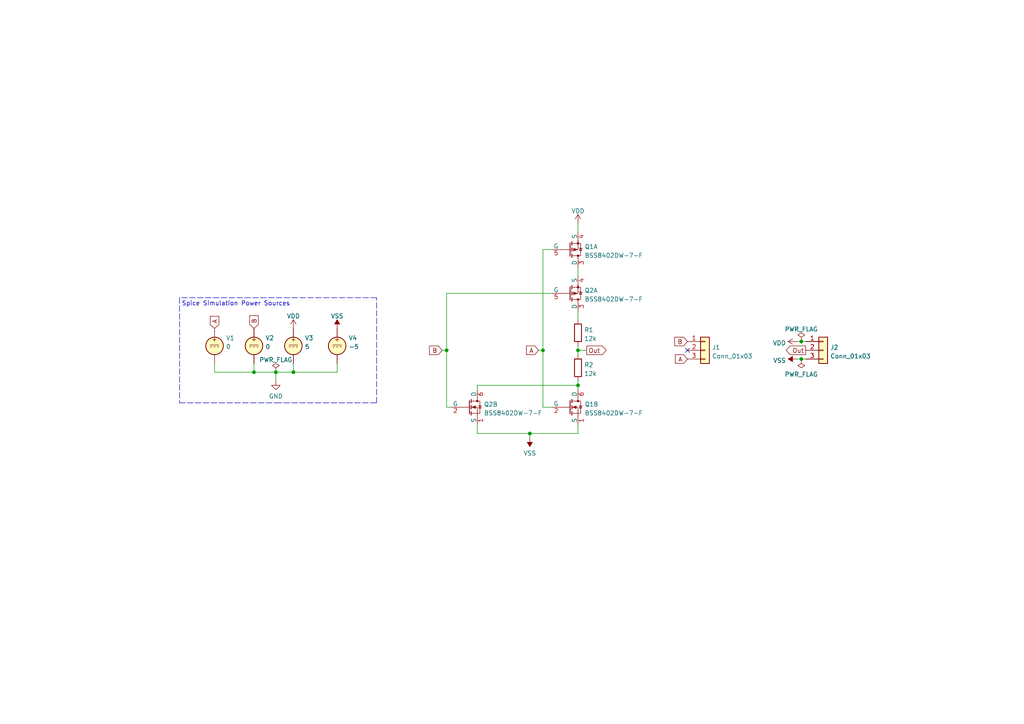
<source format=kicad_sch>
(kicad_sch (version 20211123) (generator eeschema)
  (paper "A4")
  (title_block (title "Balanced Ternary Antimax Gate") (date "2022-08-05") (rev "0"))
  (lib_symbols
    (symbol "Connector_Generic:Conn_01x03" (pin_names (offset 1.016) hide)
      (property "Reference" "J" (at 0 5.08 0))
      (property "Value" "Conn_01x03" (at 0 -5.08 0))
      (symbol "Conn_01x03_1_1"
        (rectangle (start -1.27 -2.413) (end 0 -2.667) (stroke (width 0.1524)))
        (rectangle (start -1.27 0.127) (end 0 -0.127) (stroke (width 0.1524)))
        (rectangle (start -1.27 2.667) (end 0 2.413) (stroke (width 0.1524)))
        (rectangle (start -1.27 3.81) (end 1.27 -3.81) (stroke (width 0.254)) (fill (type background)))
        (pin passive line (at -5.08 2.54 0) (length 3.81) (name "Pin_1") (number "1"))
        (pin passive line (at -5.08 0 0) (length 3.81) (name "Pin_2") (number "2"))
        (pin passive line (at -5.08 -2.54 0) (length 3.81) (name "Pin_3") (number "3"))
      )
    )
    (symbol "Device:R" (pin_numbers hide) (pin_names (offset 0))
      (property "Reference" "R" (at 2.032 0 90))
      (property "Value" "R" (at 0 0 90))
      (symbol "R_0_1"
        (rectangle (start -1.016 -2.54) (end 1.016 2.54) (stroke (width 0.254)))
      )
      (symbol "R_1_1"
        (pin passive line (at 0 3.81 270) (length 1.27) (name "~") (number "1"))
        (pin passive line (at 0 -3.81 90) (length 1.27) (name "~") (number "2"))
      )
    )
    (symbol "Simulation_SPICE:VDC" (pin_numbers hide) (pin_names (offset 0.0254))
      (property "Reference" "V" (at 2.54 2.54 0))
      (property "Value" "VDC" (at 2.54 0 0))
      (property "Spice_Model" "dc(1)" (at 2.54 -2.54 0))
      (symbol "VDC_0_0"
        (polyline (pts (xy -1.27 0.254) (xy 1.27 0.254)))
        (polyline (pts (xy -0.762 -0.254) (xy -1.27 -0.254)))
        (polyline (pts (xy 0.254 -0.254) (xy -0.254 -0.254)))
        (polyline (pts (xy 1.27 -0.254) (xy 0.762 -0.254)))
        (text "+" (at 0 1.905 0) (effects (font (size 1.27 1.27))))
      )
      (symbol "VDC_0_1"
        (circle (center 0 0) (radius 2.54) (stroke (width 0.254)) (fill (type background)))
      )
      (symbol "VDC_1_1"
        (pin passive line (at 0 5.08 270) (length 2.54) (name "~") (number "1"))
        (pin passive line (at 0 -5.08 90) (length 2.54) (name "~") (number "2"))
      )
    )
    (symbol "Tritium:BSS8402DW-7-F" (pin_names (offset 0))
      (property "Reference" "Q" (at 2.54 1.27 0))
      (property "Value" "BSS8402DW-7-F" (at 2.54 -1.27 0))
      (symbol "BSS8402DW-7-F_0_1"
        (polyline (pts (xy -2.286 -1.905) (xy -2.286 1.905)) (stroke (width 0.254)))
        (polyline (pts (xy -2.286 0) (xy -5.08 0)))
        (polyline (pts (xy -1.778 -2.286) (xy -1.778 -1.27)) (stroke (width 0.254)))
        (polyline (pts (xy -1.778 -0.508) (xy -1.778 0.508)) (stroke (width 0.254)))
        (polyline (pts (xy -1.778 1.27) (xy -1.778 2.286)) (stroke (width 0.254)))
        (polyline (pts (xy 0 2.54) (xy 0 1.778)))
        (polyline (pts (xy -1.778 -1.778) (xy 0.762 -1.778) (xy 0.762 1.778) (xy -1.778 1.778)))
        (polyline (pts (xy 0.254 0.508) (xy 0.381 0.381) (xy 1.143 0.381) (xy 1.27 0.254)))
        (polyline (pts (xy 0.762 0.381) (xy 0.381 -0.254) (xy 1.143 -0.254) (xy 0.762 0.381)))
        (circle (center 0 1.778) (radius 0.254) (fill (type outline)))
      )
      (symbol "BSS8402DW-7-F_1_1"
        (circle (center 0 -1.778) (radius 0.254) (fill (type outline)))
        (polyline (pts (xy 0 -2.54) (xy 0 -1.778)))
        (polyline (pts (xy 0 2.54) (xy 0 0) (xy -1.778 0)))
        (polyline (pts (xy -0.254 0) (xy -1.27 -0.381) (xy -1.27 0.381) (xy -0.254 0)) (fill (type outline)))
        (pin passive line (at 0 -5.08 90) (length 2.54) (name "D") (number "3"))
        (pin passive line (at 0 5.08 270) (length 2.54) (name "S") (number "4"))
        (pin input line (at -7.62 0 0) (length 2.54) (name "G") (number "5"))
      )
      (symbol "BSS8402DW-7-F_2_1"
        (polyline (pts (xy 0 -2.54) (xy 0 0) (xy -1.778 0)))
        (polyline (pts (xy -1.524 0) (xy -0.508 0.381) (xy -0.508 -0.381) (xy -1.524 0)) (fill (type outline)))
        (pin passive line (at 0 -5.08 90) (length 2.54) (name "S") (number "1"))
        (pin input line (at -7.62 0 0) (length 2.54) (name "G") (number "2"))
        (pin passive line (at 0 5.08 270) (length 2.54) (name "D") (number "6"))
      )
    )
    (symbol "power:GND" (power) (pin_names (offset 0))
      (property "Value" "GND" (at 0 -3.81 0))
      (symbol "GND_0_1"
        (polyline (pts (xy 0 0) (xy 0 -1.27) (xy 1.27 -1.27) (xy 0 -2.54) (xy -1.27 -1.27) (xy 0 -1.27)))
      )
      (symbol "GND_1_1"
        (pin power_in line (at 0 0 270) (length 0) hide (name "GND") (number "1"))
      )
    )
    (symbol "power:PWR_FLAG" (power) (pin_numbers hide) (pin_names (offset 0) hide)
      (property "Value" "PWR_FLAG" (at 0 3.81 0))
      (symbol "PWR_FLAG_0_0"
        (pin power_out line (at 0 0 90) (length 0) (name "pwr") (number "1"))
      )
      (symbol "PWR_FLAG_0_1"
        (polyline (pts (xy 0 0) (xy 0 1.27) (xy -1.016 1.905) (xy 0 2.54) (xy 1.016 1.905) (xy 0 1.27)))
      )
    )
    (symbol "power:VDD" (power) (pin_names (offset 0))
      (property "Value" "VDD" (at 0 3.81 0))
      (symbol "VDD_0_1"
        (polyline (pts (xy -0.762 1.27) (xy 0 2.54)))
        (polyline (pts (xy 0 0) (xy 0 2.54)))
        (polyline (pts (xy 0 2.54) (xy 0.762 1.27)))
      )
      (symbol "VDD_1_1"
        (pin power_in line (at 0 0 90) (length 0) hide (name "VDD") (number "1"))
      )
    )
    (symbol "power:VSS" (power) (pin_names (offset 0))
      (property "Value" "VSS" (at 0 3.81 0))
      (symbol "VSS_0_1"
        (polyline (pts (xy 0 0) (xy 0 2.54)))
        (polyline (pts (xy 0.762 1.27) (xy -0.762 1.27) (xy 0 2.54) (xy 0.762 1.27)) (fill (type outline)))
      )
      (symbol "VSS_1_1"
        (pin power_in line (at 0 0 90) (length 0) hide (name "VSS") (number "1"))
      )
    )
  )
  (junction (at 153.67 125.73))
  (junction (at 167.64 111.76))
  (junction (at 129.54 101.6))
  (junction (at 80.01 107.95))
  (junction (at 167.64 101.6))
  (junction (at 73.66 107.95))
  (junction (at 157.48 101.6))
  (junction (at 85.09 107.95))
  (junction (at 232.41 104.14))
  (junction (at 232.41 99.06))
  (no_connect (at 199.39 101.6))
  (wire (pts (xy 157.48 118.11) (xy 157.48 101.6)))
  (wire (pts (xy 231.14 99.06) (xy 232.41 99.06)))
  (wire (pts (xy 85.09 105.41) (xy 85.09 107.95)))
  (wire (pts (xy 232.41 104.14) (xy 233.68 104.14)))
  (wire (pts (xy 80.01 107.95) (xy 80.01 110.49)))
  (wire (pts (xy 153.67 125.73) (xy 167.64 125.73)))
  (wire (pts (xy 231.14 104.14) (xy 232.41 104.14)))
  (wire (pts (xy 167.64 125.73) (xy 167.64 123.19)))
  (wire (pts (xy 73.66 105.41) (xy 73.66 107.95)))
  (wire (pts (xy 167.64 90.17) (xy 167.64 92.71)))
  (polyline (pts (xy 52.07 86.36) (xy 52.07 116.84)))
  (wire (pts (xy 138.43 111.76) (xy 167.64 111.76)))
  (wire (pts (xy 167.64 111.76) (xy 167.64 113.03)))
  (polyline (pts (xy 109.22 86.36) (xy 52.07 86.36)))
  (wire (pts (xy 97.79 107.95) (xy 97.79 105.41)))
  (polyline (pts (xy 52.07 116.84) (xy 80.01 116.84)))
  (wire (pts (xy 80.01 107.95) (xy 85.09 107.95)))
  (wire (pts (xy 167.64 101.6) (xy 170.18 101.6)))
  (wire (pts (xy 156.21 101.6) (xy 157.48 101.6)))
  (wire (pts (xy 167.64 77.47) (xy 167.64 80.01)))
  (polyline (pts (xy 80.01 116.84) (xy 109.22 116.84)))
  (wire (pts (xy 138.43 113.03) (xy 138.43 111.76)))
  (wire (pts (xy 167.64 111.76) (xy 167.64 110.49)))
  (wire (pts (xy 160.02 85.09) (xy 129.54 85.09)))
  (wire (pts (xy 138.43 123.19) (xy 138.43 125.73)))
  (wire (pts (xy 157.48 101.6) (xy 157.48 72.39)))
  (wire (pts (xy 138.43 125.73) (xy 153.67 125.73)))
  (wire (pts (xy 167.64 100.33) (xy 167.64 101.6)))
  (wire (pts (xy 73.66 107.95) (xy 80.01 107.95)))
  (wire (pts (xy 129.54 85.09) (xy 129.54 101.6)))
  (wire (pts (xy 153.67 125.73) (xy 153.67 127)))
  (wire (pts (xy 232.41 99.06) (xy 233.68 99.06)))
  (wire (pts (xy 167.64 101.6) (xy 167.64 102.87)))
  (wire (pts (xy 85.09 107.95) (xy 97.79 107.95)))
  (wire (pts (xy 129.54 118.11) (xy 130.81 118.11)))
  (wire (pts (xy 62.23 105.41) (xy 62.23 107.95)))
  (polyline (pts (xy 109.22 116.84) (xy 109.22 86.36)))
  (wire (pts (xy 129.54 101.6) (xy 129.54 118.11)))
  (wire (pts (xy 157.48 72.39) (xy 160.02 72.39)))
  (wire (pts (xy 167.64 64.77) (xy 167.64 67.31)))
  (wire (pts (xy 160.02 118.11) (xy 157.48 118.11)))
  (wire (pts (xy 62.23 107.95) (xy 73.66 107.95)))
  (wire (pts (xy 128.27 101.6) (xy 129.54 101.6)))
  (text "Spice Simulation Power Sources" (at 52.705 88.9 0) (effects (font (size 1.27 1.27)) (justify left bottom)))
  (global_label "A" (shape input) (at 199.39 104.14 180) (property "Intersheet References" "${INTERSHEET_REFS}" (effects hide)))
  (global_label "B" (shape input) (at 199.39 99.06 180) (property "Intersheet References" "${INTERSHEET_REFS}" (effects hide)))
  (global_label "A" (shape input) (at 156.21 101.6 180) (property "Intersheet References" "${INTERSHEET_REFS}" (effects hide)))
  (global_label "Out" (shape output) (at 170.18 101.6 0) (property "Intersheet References" "${INTERSHEET_REFS}" (effects hide)))
  (global_label "B" (shape input) (at 128.27 101.6 180) (property "Intersheet References" "${INTERSHEET_REFS}" (effects hide)))
  (global_label "Out" (shape output) (at 233.68 101.6 180) (property "Intersheet References" "${INTERSHEET_REFS}" (effects hide)))
  (global_label "A" (shape input) (at 62.23 95.25 90) (property "Intersheet References" "${INTERSHEET_REFS}" (effects hide)))
  (global_label "B" (shape input) (at 73.66 95.25 90) (property "Intersheet References" "${INTERSHEET_REFS}" (effects hide)))
  (symbol (lib_id "power:VDD") (at 231.14 99.06 90) (unit 1)
    (property "Reference" "#PWR06" (effects hide))
    (property "Value" "VDD" (at 227.965 99.4938 90) (effects (justify left)))
  )
  (symbol (lib_id "Simulation_SPICE:VDC") (at 97.79 100.33 0) (unit 1)
    (property "Reference" "V4" (at 101.092 98.0371 0) (effects (justify left)))
    (property "Value" "VDC" (at 101.092 100.574 0) (effects (justify left)))
    (property "Spice_Netlist_Enabled" "Y" (effects hide))
    (property "Spice_Primitive" "V" (effects hide))
    (property "Spice_Model" "dc(-5)" (at 101.092 103.1109 0) (effects (justify left)))
  )
  (symbol (lib_id "Simulation_SPICE:VDC") (at 73.66 100.33 0) (unit 1)
    (property "Reference" "V2" (at 76.962 98.0371 0) (effects (justify left)))
    (property "Value" "VDC" (at 76.962 100.574 0) (effects (justify left)))
    (property "Spice_Netlist_Enabled" "Y" (effects hide))
    (property "Spice_Primitive" "V" (effects hide))
    (property "Spice_Model" "dc(0)" (at 76.962 103.1109 0) (effects (justify left)))
  )
  (symbol (lib_id "Device:R") (at 167.64 96.52 0) (unit 1)
    (property "Reference" "R1" (at 169.418 95.6853 0) (effects (justify left)))
    (property "Value" "12k" (at 169.418 98.2222 0) (effects (justify left)))
    (property "Footprint" "Resistor_SMD:R_0603_1608Metric_Pad0.98x0.95mm_HandSolder" (effects hide))
  )
  (symbol (lib_id "Device:R") (at 167.64 106.68 0) (unit 1)
    (property "Reference" "R2" (at 169.418 105.8453 0) (effects (justify left)))
    (property "Value" "12k" (at 169.418 108.3822 0) (effects (justify left)))
    (property "Footprint" "Resistor_SMD:R_0603_1608Metric_Pad0.98x0.95mm_HandSolder" (effects hide))
  )
  (symbol (lib_id "power:PWR_FLAG") (at 232.41 99.06 0) (unit 1)
    (property "Reference" "#FLG02" (effects hide))
    (property "Value" "PWR_FLAG" (at 232.41 95.4842 0))
  )
  (symbol (lib_id "Tritium:BSS8402DW-7-F") (at 167.64 72.39 0) (unit 1)
    (property "Reference" "Q1" (at 169.545 71.5553 0) (effects (justify left)))
    (property "Value" "BSS8402DW-7-F" (at 169.545 74.0922 0) (effects (justify left)))
    (property "Footprint" "Package_TO_SOT_SMD:SOT-363_SC-70-6_Handsoldering" (effects hide))
    (property "Datasheet" "https://www.diodes.com/assets/Datasheets/ds30380.pdf" (effects hide))
    (property "Spice_Primitive" "X" (effects hide))
    (property "Spice_Model" "BSS8402DW" (effects hide))
    (property "Spice_Netlist_Enabled" "Y" (effects hide))
    (property "Spice_Lib_File" "/lab/dev/tritium/library/TritiumSpice.lib" (effects hide))
  )
  (symbol (lib_id "Tritium:BSS8402DW-7-F") (at 167.64 85.09 0) (unit 1)
    (property "Reference" "Q2" (at 169.545 84.2553 0) (effects (justify left)))
    (property "Value" "BSS8402DW-7-F" (at 169.545 86.7922 0) (effects (justify left)))
    (property "Footprint" "Package_TO_SOT_SMD:SOT-363_SC-70-6_Handsoldering" (effects hide))
    (property "Datasheet" "https://www.diodes.com/assets/Datasheets/ds30380.pdf" (effects hide))
    (property "Spice_Primitive" "X" (effects hide))
    (property "Spice_Model" "BSS8402DW" (effects hide))
    (property "Spice_Netlist_Enabled" "Y" (effects hide))
    (property "Spice_Lib_File" "/lab/dev/tritium/library/TritiumSpice.lib" (effects hide))
  )
  (symbol (lib_id "Connector_Generic:Conn_01x03") (at 204.47 101.6 0) (unit 1)
    (property "Reference" "J1" (at 206.502 100.7653 0) (effects (justify left)))
    (property "Value" "Conn_01x03" (at 206.502 103.3022 0) (effects (justify left)))
    (property "Footprint" "Tritium:PinHeader_1x03_P2.54mm_Vertical_NoSilkscreen" (effects hide))
    (property "Spice_Primitive" "J" (effects hide))
    (property "Spice_Model" "Conn_01x03" (effects hide))
    (property "Spice_Netlist_Enabled" "N" (effects hide))
  )
  (symbol (lib_id "Connector_Generic:Conn_01x03") (at 238.76 101.6 0) (unit 1)
    (property "Reference" "J2" (at 240.792 100.7653 0) (effects (justify left)))
    (property "Value" "Conn_01x03" (at 240.792 103.3022 0) (effects (justify left)))
    (property "Footprint" "Tritium:PinHeader_1x03_P2.54mm_Vertical_NoSilkscreen" (effects hide))
    (property "Spice_Primitive" "J" (effects hide))
    (property "Spice_Model" "Conn_01x03" (effects hide))
    (property "Spice_Netlist_Enabled" "N" (effects hide))
  )
  (symbol (lib_id "power:GND") (at 80.01 110.49 0) (unit 1)
    (property "Reference" "#PWR01" (effects hide))
    (property "Value" "GND" (at 80.01 114.9334 0))
  )
  (symbol (lib_id "power:VSS") (at 231.14 104.14 90) (unit 1)
    (property "Reference" "#PWR07" (effects hide))
    (property "Value" "VSS" (at 227.965 104.5738 90) (effects (justify left)))
  )
  (symbol (lib_id "power:VDD") (at 85.09 95.25 0) (unit 1)
    (property "Reference" "#PWR02" (effects hide))
    (property "Value" "VDD" (at 85.09 91.6742 0))
  )
  (symbol (lib_id "power:VSS") (at 97.79 95.25 0) (unit 1)
    (property "Reference" "#PWR03" (effects hide))
    (property "Value" "VSS" (at 97.79 91.6742 0))
  )
  (symbol (lib_id "Tritium:BSS8402DW-7-F") (at 167.64 118.11 0) (unit 2)
    (property "Reference" "Q1" (at 169.545 117.2753 0) (effects (justify left)))
    (property "Value" "BSS8402DW-7-F" (at 169.545 119.8122 0) (effects (justify left)))
    (property "Footprint" "Package_TO_SOT_SMD:SOT-363_SC-70-6_Handsoldering" (effects hide))
    (property "Datasheet" "https://www.diodes.com/assets/Datasheets/ds30380.pdf" (effects hide))
    (property "Spice_Primitive" "X" (effects hide))
    (property "Spice_Model" "BSS8402DW" (effects hide))
    (property "Spice_Netlist_Enabled" "Y" (effects hide))
    (property "Spice_Lib_File" "/lab/dev/tritium/library/TritiumSpice.lib" (effects hide))
  )
  (symbol (lib_id "power:PWR_FLAG") (at 80.01 107.95 0) (unit 1)
    (property "Reference" "#FLG01" (effects hide))
    (property "Value" "PWR_FLAG" (at 80.01 104.3742 0))
  )
  (symbol (lib_id "power:VDD") (at 167.64 64.77 0) (unit 1)
    (property "Reference" "#PWR05" (effects hide))
    (property "Value" "VDD" (at 167.64 61.1942 0))
  )
  (symbol (lib_id "Simulation_SPICE:VDC") (at 62.23 100.33 0) (unit 1)
    (property "Reference" "V1" (at 65.532 98.0371 0) (effects (justify left)))
    (property "Value" "VDC" (at 65.532 100.574 0) (effects (justify left)))
    (property "Spice_Netlist_Enabled" "Y" (effects hide))
    (property "Spice_Primitive" "V" (effects hide))
    (property "Spice_Model" "dc(0)" (at 65.532 103.1109 0) (effects (justify left)))
  )
  (symbol (lib_id "Simulation_SPICE:VDC") (at 85.09 100.33 0) (unit 1)
    (property "Reference" "V3" (at 88.392 98.0371 0) (effects (justify left)))
    (property "Value" "VDC" (at 88.392 100.574 0) (effects (justify left)))
    (property "Spice_Netlist_Enabled" "Y" (effects hide))
    (property "Spice_Primitive" "V" (effects hide))
    (property "Spice_Model" "dc(5)" (at 88.392 103.1109 0) (effects (justify left)))
  )
  (symbol (lib_id "Tritium:BSS8402DW-7-F") (at 138.43 118.11 0) (unit 2)
    (property "Reference" "Q2" (at 140.335 117.2753 0) (effects (justify left)))
    (property "Value" "BSS8402DW-7-F" (at 140.335 119.8122 0) (effects (justify left)))
    (property "Footprint" "Package_TO_SOT_SMD:SOT-363_SC-70-6_Handsoldering" (effects hide))
    (property "Datasheet" "https://www.diodes.com/assets/Datasheets/ds30380.pdf" (effects hide))
    (property "Spice_Primitive" "X" (effects hide))
    (property "Spice_Model" "BSS8402DW" (effects hide))
    (property "Spice_Netlist_Enabled" "Y" (effects hide))
    (property "Spice_Lib_File" "/lab/dev/tritium/library/TritiumSpice.lib" (effects hide))
  )
  (symbol (lib_id "power:VSS") (at 153.67 127 180) (unit 1)
    (property "Reference" "#PWR04" (effects hide))
    (property "Value" "VSS" (at 153.67 131.4434 0))
  )
  (symbol (lib_id "power:PWR_FLAG") (at 232.41 104.14 180) (unit 1)
    (property "Reference" "#FLG03" (effects hide))
    (property "Value" "PWR_FLAG" (at 232.41 108.5834 0))
  )
)
</source>
